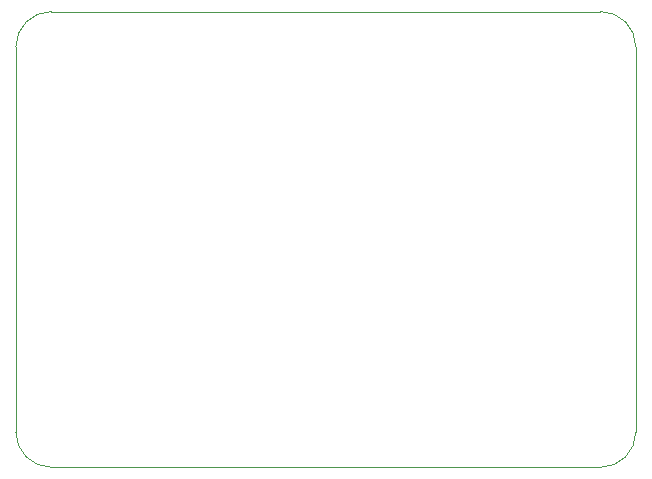
<source format=gbr>
%TF.GenerationSoftware,KiCad,Pcbnew,9.0.6-9.0.6~ubuntu24.04.1*%
%TF.CreationDate,2025-12-29T16:18:33+03:00*%
%TF.ProjectId,rc_ble,72635f62-6c65-42e6-9b69-6361645f7063,rev?*%
%TF.SameCoordinates,Original*%
%TF.FileFunction,Profile,NP*%
%FSLAX46Y46*%
G04 Gerber Fmt 4.6, Leading zero omitted, Abs format (unit mm)*
G04 Created by KiCad (PCBNEW 9.0.6-9.0.6~ubuntu24.04.1) date 2025-12-29 16:18:33*
%MOMM*%
%LPD*%
G01*
G04 APERTURE LIST*
%TA.AperFunction,Profile*%
%ADD10C,0.050000*%
%TD*%
G04 APERTURE END LIST*
D10*
X94520000Y-98330000D02*
X94520000Y-65740000D01*
X144020000Y-62740000D02*
G75*
G02*
X147020000Y-65740000I0J-3000000D01*
G01*
X147020000Y-65740000D02*
X147020000Y-98330000D01*
X97520000Y-101330000D02*
G75*
G02*
X94520000Y-98330000I0J3000000D01*
G01*
X147020000Y-98330000D02*
G75*
G02*
X144020000Y-101330000I-3000000J0D01*
G01*
X97520000Y-62740000D02*
X144020000Y-62740000D01*
X144020000Y-101330000D02*
X97520000Y-101330000D01*
X94520000Y-65740000D02*
G75*
G02*
X97520000Y-62740000I3000000J0D01*
G01*
M02*

</source>
